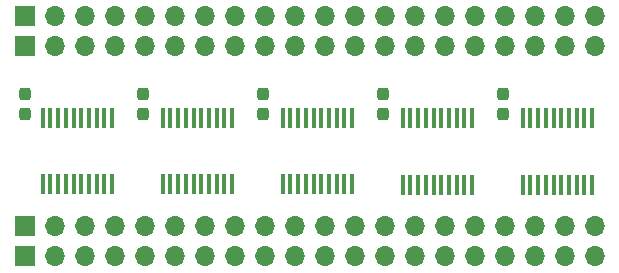
<source format=gbr>
%TF.GenerationSoftware,KiCad,Pcbnew,7.0.2*%
%TF.CreationDate,2023-06-15T20:21:22+09:00*%
%TF.ProjectId,TangNano5V,54616e67-4e61-46e6-9f35-562e6b696361,rev?*%
%TF.SameCoordinates,Original*%
%TF.FileFunction,Soldermask,Top*%
%TF.FilePolarity,Negative*%
%FSLAX46Y46*%
G04 Gerber Fmt 4.6, Leading zero omitted, Abs format (unit mm)*
G04 Created by KiCad (PCBNEW 7.0.2) date 2023-06-15 20:21:22*
%MOMM*%
%LPD*%
G01*
G04 APERTURE LIST*
G04 Aperture macros list*
%AMRoundRect*
0 Rectangle with rounded corners*
0 $1 Rounding radius*
0 $2 $3 $4 $5 $6 $7 $8 $9 X,Y pos of 4 corners*
0 Add a 4 corners polygon primitive as box body*
4,1,4,$2,$3,$4,$5,$6,$7,$8,$9,$2,$3,0*
0 Add four circle primitives for the rounded corners*
1,1,$1+$1,$2,$3*
1,1,$1+$1,$4,$5*
1,1,$1+$1,$6,$7*
1,1,$1+$1,$8,$9*
0 Add four rect primitives between the rounded corners*
20,1,$1+$1,$2,$3,$4,$5,0*
20,1,$1+$1,$4,$5,$6,$7,0*
20,1,$1+$1,$6,$7,$8,$9,0*
20,1,$1+$1,$8,$9,$2,$3,0*%
G04 Aperture macros list end*
%ADD10R,0.355600X1.676400*%
%ADD11R,1.700000X1.700000*%
%ADD12O,1.700000X1.700000*%
%ADD13RoundRect,0.237500X0.237500X-0.300000X0.237500X0.300000X-0.237500X0.300000X-0.237500X-0.300000X0*%
G04 APERTURE END LIST*
D10*
%TO.C,U1*%
X4064002Y-11125200D03*
X4714001Y-11125200D03*
X5364002Y-11125200D03*
X6014001Y-11125200D03*
X6664002Y-11125200D03*
X7314001Y-11125200D03*
X7964002Y-11125200D03*
X8614001Y-11125200D03*
X9264002Y-11125200D03*
X9914000Y-11125200D03*
X9913998Y-16764000D03*
X9263999Y-16764000D03*
X8613998Y-16764000D03*
X7963999Y-16764000D03*
X7313998Y-16764000D03*
X6663999Y-16764000D03*
X6014001Y-16764000D03*
X5363999Y-16764000D03*
X4714001Y-16764000D03*
X4064000Y-16764000D03*
%TD*%
%TO.C,U5*%
X44704000Y-16789400D03*
X45354001Y-16789400D03*
X46003999Y-16789400D03*
X46654001Y-16789400D03*
X47303999Y-16789400D03*
X47953998Y-16789400D03*
X48603999Y-16789400D03*
X49253998Y-16789400D03*
X49903999Y-16789400D03*
X50553998Y-16789400D03*
X50554000Y-11150600D03*
X49904002Y-11150600D03*
X49254001Y-11150600D03*
X48604002Y-11150600D03*
X47954001Y-11150600D03*
X47304002Y-11150600D03*
X46654001Y-11150600D03*
X46004002Y-11150600D03*
X45354001Y-11150600D03*
X44704002Y-11150600D03*
%TD*%
D11*
%TO.C,J2*%
X2540000Y-2540000D03*
D12*
X5080000Y-2540000D03*
X7620000Y-2540000D03*
X10160000Y-2540000D03*
X12700000Y-2540000D03*
X15240000Y-2540000D03*
X17780000Y-2540000D03*
X20320000Y-2540000D03*
X22860000Y-2540000D03*
X25400000Y-2540000D03*
X27940000Y-2540000D03*
X30480000Y-2540000D03*
X33020000Y-2540000D03*
X35560000Y-2540000D03*
X38100000Y-2540000D03*
X40640000Y-2540000D03*
X43180000Y-2540000D03*
X45720000Y-2540000D03*
X48260000Y-2540000D03*
X50800000Y-2540000D03*
%TD*%
D10*
%TO.C,U2*%
X14224000Y-16764000D03*
X14874001Y-16764000D03*
X15523999Y-16764000D03*
X16174001Y-16764000D03*
X16823999Y-16764000D03*
X17473998Y-16764000D03*
X18123999Y-16764000D03*
X18773998Y-16764000D03*
X19423999Y-16764000D03*
X20073998Y-16764000D03*
X20074000Y-11125200D03*
X19424002Y-11125200D03*
X18774001Y-11125200D03*
X18124002Y-11125200D03*
X17474001Y-11125200D03*
X16824002Y-11125200D03*
X16174001Y-11125200D03*
X15524002Y-11125200D03*
X14874001Y-11125200D03*
X14224002Y-11125200D03*
%TD*%
D13*
%TO.C,C5*%
X43053000Y-10795000D03*
X43053000Y-9070000D03*
%TD*%
%TO.C,C2*%
X12573000Y-10795000D03*
X12573000Y-9070000D03*
%TD*%
D11*
%TO.C,J1*%
X2540000Y-22860000D03*
D12*
X5080000Y-22860000D03*
X7620000Y-22860000D03*
X10160000Y-22860000D03*
X12700000Y-22860000D03*
X15240000Y-22860000D03*
X17780000Y-22860000D03*
X20320000Y-22860000D03*
X22860000Y-22860000D03*
X25400000Y-22860000D03*
X27940000Y-22860000D03*
X30480000Y-22860000D03*
X33020000Y-22860000D03*
X35560000Y-22860000D03*
X38100000Y-22860000D03*
X40640000Y-22860000D03*
X43180000Y-22860000D03*
X45720000Y-22860000D03*
X48260000Y-22860000D03*
X50800000Y-22860000D03*
%TD*%
D13*
%TO.C,C4*%
X32893000Y-10795000D03*
X32893000Y-9070000D03*
%TD*%
%TO.C,C1*%
X2540000Y-10795000D03*
X2540000Y-9070000D03*
%TD*%
D10*
%TO.C,U4*%
X34544000Y-16789400D03*
X35194001Y-16789400D03*
X35843999Y-16789400D03*
X36494001Y-16789400D03*
X37143999Y-16789400D03*
X37793998Y-16789400D03*
X38443999Y-16789400D03*
X39093998Y-16789400D03*
X39743999Y-16789400D03*
X40393998Y-16789400D03*
X40394000Y-11150600D03*
X39744002Y-11150600D03*
X39094001Y-11150600D03*
X38444002Y-11150600D03*
X37794001Y-11150600D03*
X37144002Y-11150600D03*
X36494001Y-11150600D03*
X35844002Y-11150600D03*
X35194001Y-11150600D03*
X34544002Y-11150600D03*
%TD*%
%TO.C,U3*%
X24384000Y-16764000D03*
X25034001Y-16764000D03*
X25683999Y-16764000D03*
X26334001Y-16764000D03*
X26983999Y-16764000D03*
X27633998Y-16764000D03*
X28283999Y-16764000D03*
X28933998Y-16764000D03*
X29583999Y-16764000D03*
X30233998Y-16764000D03*
X30234000Y-11125200D03*
X29584002Y-11125200D03*
X28934001Y-11125200D03*
X28284002Y-11125200D03*
X27634001Y-11125200D03*
X26984002Y-11125200D03*
X26334001Y-11125200D03*
X25684002Y-11125200D03*
X25034001Y-11125200D03*
X24384002Y-11125200D03*
%TD*%
D13*
%TO.C,C3*%
X22733000Y-10795000D03*
X22733000Y-9070000D03*
%TD*%
D11*
%TO.C,J4*%
X2540000Y-5080000D03*
D12*
X5080000Y-5080000D03*
X7620000Y-5080000D03*
X10160000Y-5080000D03*
X12700000Y-5080000D03*
X15240000Y-5080000D03*
X17780000Y-5080000D03*
X20320000Y-5080000D03*
X22860000Y-5080000D03*
X25400000Y-5080000D03*
X27940000Y-5080000D03*
X30480000Y-5080000D03*
X33020000Y-5080000D03*
X35560000Y-5080000D03*
X38100000Y-5080000D03*
X40640000Y-5080000D03*
X43180000Y-5080000D03*
X45720000Y-5080000D03*
X48260000Y-5080000D03*
X50800000Y-5080000D03*
%TD*%
D11*
%TO.C,J3*%
X2540000Y-20320000D03*
D12*
X5080000Y-20320000D03*
X7620000Y-20320000D03*
X10160000Y-20320000D03*
X12700000Y-20320000D03*
X15240000Y-20320000D03*
X17780000Y-20320000D03*
X20320000Y-20320000D03*
X22860000Y-20320000D03*
X25400000Y-20320000D03*
X27940000Y-20320000D03*
X30480000Y-20320000D03*
X33020000Y-20320000D03*
X35560000Y-20320000D03*
X38100000Y-20320000D03*
X40640000Y-20320000D03*
X43180000Y-20320000D03*
X45720000Y-20320000D03*
X48260000Y-20320000D03*
X50800000Y-20320000D03*
%TD*%
M02*

</source>
